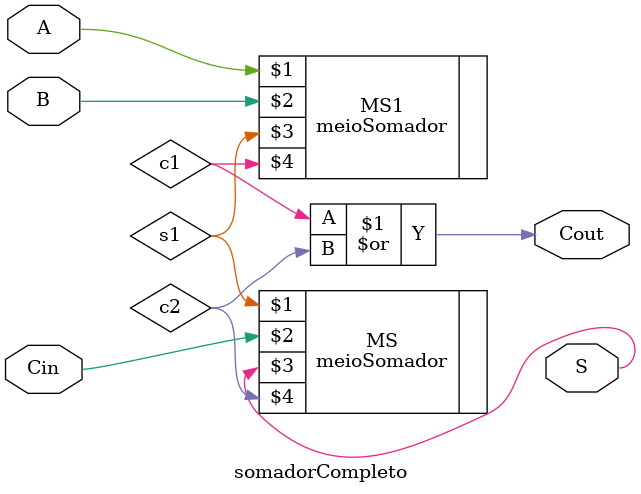
<source format=v>
module somadorCompleto (A, B, Cin, S, Cout);
    input A, B, Cin;
    output S, Cout;

    wire s1, c1, c2;   

    meioSomador MS1 (A, B, s1, c1);
	 meioSomador MS (s1, Cin, S, c2);
	 
	 or or0 (Cout, c1, c2);
	 
endmodule
</source>
